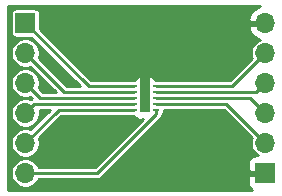
<source format=gbr>
G04 #@! TF.GenerationSoftware,KiCad,Pcbnew,(5.1.5-0-10_14)*
G04 #@! TF.CreationDate,2020-06-09T01:35:05-06:00*
G04 #@! TF.ProjectId,WSON-10,57534f4e-2d31-4302-9e6b-696361645f70,rev?*
G04 #@! TF.SameCoordinates,Original*
G04 #@! TF.FileFunction,Copper,L1,Top*
G04 #@! TF.FilePolarity,Positive*
%FSLAX46Y46*%
G04 Gerber Fmt 4.6, Leading zero omitted, Abs format (unit mm)*
G04 Created by KiCad (PCBNEW (5.1.5-0-10_14)) date 2020-06-09 01:35:05*
%MOMM*%
%LPD*%
G04 APERTURE LIST*
%ADD10R,0.840000X2.400000*%
%ADD11R,0.500000X0.250000*%
%ADD12C,0.500000*%
%ADD13O,1.700000X1.700000*%
%ADD14R,1.700000X1.700000*%
%ADD15C,0.840000*%
%ADD16C,0.250000*%
%ADD17C,0.254000*%
G04 APERTURE END LIST*
D10*
X67157600Y-58166000D03*
D11*
X68107600Y-57166000D03*
X68107600Y-57666000D03*
X68107600Y-58166000D03*
X68107600Y-58666000D03*
X68107600Y-59166000D03*
X66207600Y-59166000D03*
X66207600Y-58666000D03*
X66207600Y-58166000D03*
X66207600Y-57666000D03*
X66207600Y-57166000D03*
D12*
X67157600Y-58166000D03*
X67157600Y-57216000D03*
X67157600Y-59116000D03*
D13*
X77343000Y-51816000D03*
X77343000Y-54356000D03*
X77343000Y-56896000D03*
X77343000Y-59436000D03*
X77343000Y-61976000D03*
D14*
X77343000Y-64516000D03*
D13*
X57023000Y-64516000D03*
X57023000Y-61976000D03*
X57023000Y-59436000D03*
X57023000Y-56896000D03*
X57023000Y-54356000D03*
D14*
X57023000Y-51816000D03*
D15*
X67157600Y-57216000D02*
X67157600Y-52984400D01*
D16*
X74533000Y-57166000D02*
X77343000Y-54356000D01*
X68107600Y-57166000D02*
X74533000Y-57166000D01*
X76573000Y-57666000D02*
X77343000Y-56896000D01*
X68107600Y-57666000D02*
X76573000Y-57666000D01*
X76073000Y-58166000D02*
X77343000Y-59436000D01*
X68107600Y-58166000D02*
X76073000Y-58166000D01*
X74033000Y-58666000D02*
X77343000Y-61976000D01*
X68107600Y-58666000D02*
X74033000Y-58666000D01*
X68107600Y-59541000D02*
X68107600Y-59166000D01*
X63132600Y-64516000D02*
X68107600Y-59541000D01*
X57023000Y-64516000D02*
X63132600Y-64516000D01*
X59833000Y-59166000D02*
X57023000Y-61976000D01*
X66207600Y-59166000D02*
X59833000Y-59166000D01*
X58293000Y-58166000D02*
X57023000Y-56896000D01*
X66207600Y-58166000D02*
X58293000Y-58166000D01*
X60333000Y-57666000D02*
X57023000Y-54356000D01*
X66207600Y-57666000D02*
X60333000Y-57666000D01*
X62373000Y-57166000D02*
X57023000Y-51816000D01*
X66207600Y-57166000D02*
X62373000Y-57166000D01*
X57793000Y-58666000D02*
X57023000Y-59436000D01*
X66207600Y-58666000D02*
X57793000Y-58666000D01*
D17*
G36*
X76711748Y-50471843D02*
G01*
X76461645Y-50620822D01*
X76245412Y-50815731D01*
X76071359Y-51049080D01*
X75946175Y-51311901D01*
X75901524Y-51459110D01*
X76022845Y-51689000D01*
X77216000Y-51689000D01*
X77216000Y-51669000D01*
X77470000Y-51669000D01*
X77470000Y-51689000D01*
X77490000Y-51689000D01*
X77490000Y-51943000D01*
X77470000Y-51943000D01*
X77470000Y-51963000D01*
X77216000Y-51963000D01*
X77216000Y-51943000D01*
X76022845Y-51943000D01*
X75901524Y-52172890D01*
X75946175Y-52320099D01*
X76071359Y-52582920D01*
X76245412Y-52816269D01*
X76461645Y-53011178D01*
X76711748Y-53160157D01*
X76874168Y-53217772D01*
X76759903Y-53265102D01*
X76558283Y-53399820D01*
X76386820Y-53571283D01*
X76252102Y-53772903D01*
X76159307Y-53996931D01*
X76112000Y-54234757D01*
X76112000Y-54477243D01*
X76159307Y-54715069D01*
X76191242Y-54792167D01*
X74323409Y-56660000D01*
X68376313Y-56660000D01*
X68357600Y-56658157D01*
X68133073Y-56658157D01*
X68108137Y-56611506D01*
X68028785Y-56514815D01*
X67932094Y-56435463D01*
X67821780Y-56376498D01*
X67702082Y-56340188D01*
X67577600Y-56327928D01*
X67443350Y-56331000D01*
X67410494Y-56363856D01*
X67284602Y-56338986D01*
X67284602Y-56331000D01*
X67244174Y-56331000D01*
X67243602Y-56330887D01*
X67157579Y-56331000D01*
X67030598Y-56331000D01*
X67030598Y-56338862D01*
X66904889Y-56364039D01*
X66871850Y-56331000D01*
X66737600Y-56327928D01*
X66613118Y-56340188D01*
X66493420Y-56376498D01*
X66383106Y-56435463D01*
X66286415Y-56514815D01*
X66207063Y-56611506D01*
X66182127Y-56658157D01*
X65957600Y-56658157D01*
X65938887Y-56660000D01*
X62582592Y-56660000D01*
X58255843Y-52333252D01*
X58255843Y-50966000D01*
X58248487Y-50891311D01*
X58226701Y-50819492D01*
X58191322Y-50753304D01*
X58143711Y-50695289D01*
X58085696Y-50647678D01*
X58019508Y-50612299D01*
X57947689Y-50590513D01*
X57873000Y-50583157D01*
X56173000Y-50583157D01*
X56098311Y-50590513D01*
X56026492Y-50612299D01*
X55960304Y-50647678D01*
X55902289Y-50695289D01*
X55854678Y-50753304D01*
X55819299Y-50819492D01*
X55797513Y-50891311D01*
X55790157Y-50966000D01*
X55790157Y-52666000D01*
X55797513Y-52740689D01*
X55819299Y-52812508D01*
X55854678Y-52878696D01*
X55902289Y-52936711D01*
X55960304Y-52984322D01*
X56026492Y-53019701D01*
X56098311Y-53041487D01*
X56173000Y-53048843D01*
X57540252Y-53048843D01*
X61651408Y-57160000D01*
X60542592Y-57160000D01*
X58174758Y-54792167D01*
X58206693Y-54715069D01*
X58254000Y-54477243D01*
X58254000Y-54234757D01*
X58206693Y-53996931D01*
X58113898Y-53772903D01*
X57979180Y-53571283D01*
X57807717Y-53399820D01*
X57606097Y-53265102D01*
X57382069Y-53172307D01*
X57144243Y-53125000D01*
X56901757Y-53125000D01*
X56663931Y-53172307D01*
X56439903Y-53265102D01*
X56238283Y-53399820D01*
X56066820Y-53571283D01*
X55932102Y-53772903D01*
X55839307Y-53996931D01*
X55792000Y-54234757D01*
X55792000Y-54477243D01*
X55839307Y-54715069D01*
X55932102Y-54939097D01*
X56066820Y-55140717D01*
X56238283Y-55312180D01*
X56439903Y-55446898D01*
X56663931Y-55539693D01*
X56901757Y-55587000D01*
X57144243Y-55587000D01*
X57382069Y-55539693D01*
X57459167Y-55507758D01*
X59611408Y-57660000D01*
X58502592Y-57660000D01*
X58174758Y-57332167D01*
X58206693Y-57255069D01*
X58254000Y-57017243D01*
X58254000Y-56774757D01*
X58206693Y-56536931D01*
X58113898Y-56312903D01*
X57979180Y-56111283D01*
X57807717Y-55939820D01*
X57606097Y-55805102D01*
X57382069Y-55712307D01*
X57144243Y-55665000D01*
X56901757Y-55665000D01*
X56663931Y-55712307D01*
X56439903Y-55805102D01*
X56238283Y-55939820D01*
X56066820Y-56111283D01*
X55932102Y-56312903D01*
X55839307Y-56536931D01*
X55792000Y-56774757D01*
X55792000Y-57017243D01*
X55839307Y-57255069D01*
X55932102Y-57479097D01*
X56066820Y-57680717D01*
X56238283Y-57852180D01*
X56439903Y-57986898D01*
X56663931Y-58079693D01*
X56901757Y-58127000D01*
X57144243Y-58127000D01*
X57382069Y-58079693D01*
X57459167Y-58047758D01*
X57605513Y-58194105D01*
X57598425Y-58196255D01*
X57510521Y-58243241D01*
X57460094Y-58284626D01*
X57382069Y-58252307D01*
X57144243Y-58205000D01*
X56901757Y-58205000D01*
X56663931Y-58252307D01*
X56439903Y-58345102D01*
X56238283Y-58479820D01*
X56066820Y-58651283D01*
X55932102Y-58852903D01*
X55839307Y-59076931D01*
X55792000Y-59314757D01*
X55792000Y-59557243D01*
X55839307Y-59795069D01*
X55932102Y-60019097D01*
X56066820Y-60220717D01*
X56238283Y-60392180D01*
X56439903Y-60526898D01*
X56663931Y-60619693D01*
X56901757Y-60667000D01*
X57144243Y-60667000D01*
X57382069Y-60619693D01*
X57606097Y-60526898D01*
X57807717Y-60392180D01*
X57979180Y-60220717D01*
X58113898Y-60019097D01*
X58206693Y-59795069D01*
X58254000Y-59557243D01*
X58254000Y-59314757D01*
X58225604Y-59172000D01*
X59111408Y-59172000D01*
X57459167Y-60824242D01*
X57382069Y-60792307D01*
X57144243Y-60745000D01*
X56901757Y-60745000D01*
X56663931Y-60792307D01*
X56439903Y-60885102D01*
X56238283Y-61019820D01*
X56066820Y-61191283D01*
X55932102Y-61392903D01*
X55839307Y-61616931D01*
X55792000Y-61854757D01*
X55792000Y-62097243D01*
X55839307Y-62335069D01*
X55932102Y-62559097D01*
X56066820Y-62760717D01*
X56238283Y-62932180D01*
X56439903Y-63066898D01*
X56663931Y-63159693D01*
X56901757Y-63207000D01*
X57144243Y-63207000D01*
X57382069Y-63159693D01*
X57606097Y-63066898D01*
X57807717Y-62932180D01*
X57979180Y-62760717D01*
X58113898Y-62559097D01*
X58206693Y-62335069D01*
X58254000Y-62097243D01*
X58254000Y-61854757D01*
X58206693Y-61616931D01*
X58174758Y-61539833D01*
X60042592Y-59672000D01*
X65938887Y-59672000D01*
X65957600Y-59673843D01*
X66182127Y-59673843D01*
X66207063Y-59720494D01*
X66286415Y-59817185D01*
X66383106Y-59896537D01*
X66493420Y-59955502D01*
X66613118Y-59991812D01*
X66737600Y-60004072D01*
X66871850Y-60001000D01*
X66904706Y-59968144D01*
X66954940Y-59978068D01*
X62923009Y-64010000D01*
X58145832Y-64010000D01*
X58113898Y-63932903D01*
X57979180Y-63731283D01*
X57807717Y-63559820D01*
X57606097Y-63425102D01*
X57382069Y-63332307D01*
X57144243Y-63285000D01*
X56901757Y-63285000D01*
X56663931Y-63332307D01*
X56439903Y-63425102D01*
X56238283Y-63559820D01*
X56066820Y-63731283D01*
X55932102Y-63932903D01*
X55839307Y-64156931D01*
X55792000Y-64394757D01*
X55792000Y-64637243D01*
X55839307Y-64875069D01*
X55932102Y-65099097D01*
X56066820Y-65300717D01*
X56238283Y-65472180D01*
X56439903Y-65606898D01*
X56663931Y-65699693D01*
X56901757Y-65747000D01*
X57144243Y-65747000D01*
X57382069Y-65699693D01*
X57606097Y-65606898D01*
X57807717Y-65472180D01*
X57979180Y-65300717D01*
X58113898Y-65099097D01*
X58145832Y-65022000D01*
X63107754Y-65022000D01*
X63132600Y-65024447D01*
X63157446Y-65022000D01*
X63157454Y-65022000D01*
X63231793Y-65014678D01*
X63327175Y-64985745D01*
X63415079Y-64938759D01*
X63492127Y-64875527D01*
X63507976Y-64856215D01*
X68447820Y-59916372D01*
X68467127Y-59900527D01*
X68530359Y-59823479D01*
X68577345Y-59735575D01*
X68606278Y-59640193D01*
X68612750Y-59574481D01*
X68628311Y-59561711D01*
X68675922Y-59503696D01*
X68711301Y-59437508D01*
X68733087Y-59365689D01*
X68740443Y-59291000D01*
X68740443Y-59172000D01*
X73823409Y-59172000D01*
X76191242Y-61539833D01*
X76159307Y-61616931D01*
X76112000Y-61854757D01*
X76112000Y-62097243D01*
X76159307Y-62335069D01*
X76252102Y-62559097D01*
X76386820Y-62760717D01*
X76558283Y-62932180D01*
X76703294Y-63029073D01*
X76493000Y-63027928D01*
X76368518Y-63040188D01*
X76248820Y-63076498D01*
X76138506Y-63135463D01*
X76041815Y-63214815D01*
X75962463Y-63311506D01*
X75903498Y-63421820D01*
X75867188Y-63541518D01*
X75854928Y-63666000D01*
X75858000Y-64230250D01*
X76016750Y-64389000D01*
X77216000Y-64389000D01*
X77216000Y-64369000D01*
X77470000Y-64369000D01*
X77470000Y-64389000D01*
X77490000Y-64389000D01*
X77490000Y-64643000D01*
X77470000Y-64643000D01*
X77470000Y-64663000D01*
X77216000Y-64663000D01*
X77216000Y-64643000D01*
X76016750Y-64643000D01*
X75858000Y-64801750D01*
X75854928Y-65366000D01*
X75867188Y-65490482D01*
X75903498Y-65610180D01*
X75962463Y-65720494D01*
X76041815Y-65817185D01*
X76138506Y-65896537D01*
X76217573Y-65938800D01*
X55574800Y-65938800D01*
X55574800Y-50393200D01*
X76933446Y-50393200D01*
X76711748Y-50471843D01*
G37*
X76711748Y-50471843D02*
X76461645Y-50620822D01*
X76245412Y-50815731D01*
X76071359Y-51049080D01*
X75946175Y-51311901D01*
X75901524Y-51459110D01*
X76022845Y-51689000D01*
X77216000Y-51689000D01*
X77216000Y-51669000D01*
X77470000Y-51669000D01*
X77470000Y-51689000D01*
X77490000Y-51689000D01*
X77490000Y-51943000D01*
X77470000Y-51943000D01*
X77470000Y-51963000D01*
X77216000Y-51963000D01*
X77216000Y-51943000D01*
X76022845Y-51943000D01*
X75901524Y-52172890D01*
X75946175Y-52320099D01*
X76071359Y-52582920D01*
X76245412Y-52816269D01*
X76461645Y-53011178D01*
X76711748Y-53160157D01*
X76874168Y-53217772D01*
X76759903Y-53265102D01*
X76558283Y-53399820D01*
X76386820Y-53571283D01*
X76252102Y-53772903D01*
X76159307Y-53996931D01*
X76112000Y-54234757D01*
X76112000Y-54477243D01*
X76159307Y-54715069D01*
X76191242Y-54792167D01*
X74323409Y-56660000D01*
X68376313Y-56660000D01*
X68357600Y-56658157D01*
X68133073Y-56658157D01*
X68108137Y-56611506D01*
X68028785Y-56514815D01*
X67932094Y-56435463D01*
X67821780Y-56376498D01*
X67702082Y-56340188D01*
X67577600Y-56327928D01*
X67443350Y-56331000D01*
X67410494Y-56363856D01*
X67284602Y-56338986D01*
X67284602Y-56331000D01*
X67244174Y-56331000D01*
X67243602Y-56330887D01*
X67157579Y-56331000D01*
X67030598Y-56331000D01*
X67030598Y-56338862D01*
X66904889Y-56364039D01*
X66871850Y-56331000D01*
X66737600Y-56327928D01*
X66613118Y-56340188D01*
X66493420Y-56376498D01*
X66383106Y-56435463D01*
X66286415Y-56514815D01*
X66207063Y-56611506D01*
X66182127Y-56658157D01*
X65957600Y-56658157D01*
X65938887Y-56660000D01*
X62582592Y-56660000D01*
X58255843Y-52333252D01*
X58255843Y-50966000D01*
X58248487Y-50891311D01*
X58226701Y-50819492D01*
X58191322Y-50753304D01*
X58143711Y-50695289D01*
X58085696Y-50647678D01*
X58019508Y-50612299D01*
X57947689Y-50590513D01*
X57873000Y-50583157D01*
X56173000Y-50583157D01*
X56098311Y-50590513D01*
X56026492Y-50612299D01*
X55960304Y-50647678D01*
X55902289Y-50695289D01*
X55854678Y-50753304D01*
X55819299Y-50819492D01*
X55797513Y-50891311D01*
X55790157Y-50966000D01*
X55790157Y-52666000D01*
X55797513Y-52740689D01*
X55819299Y-52812508D01*
X55854678Y-52878696D01*
X55902289Y-52936711D01*
X55960304Y-52984322D01*
X56026492Y-53019701D01*
X56098311Y-53041487D01*
X56173000Y-53048843D01*
X57540252Y-53048843D01*
X61651408Y-57160000D01*
X60542592Y-57160000D01*
X58174758Y-54792167D01*
X58206693Y-54715069D01*
X58254000Y-54477243D01*
X58254000Y-54234757D01*
X58206693Y-53996931D01*
X58113898Y-53772903D01*
X57979180Y-53571283D01*
X57807717Y-53399820D01*
X57606097Y-53265102D01*
X57382069Y-53172307D01*
X57144243Y-53125000D01*
X56901757Y-53125000D01*
X56663931Y-53172307D01*
X56439903Y-53265102D01*
X56238283Y-53399820D01*
X56066820Y-53571283D01*
X55932102Y-53772903D01*
X55839307Y-53996931D01*
X55792000Y-54234757D01*
X55792000Y-54477243D01*
X55839307Y-54715069D01*
X55932102Y-54939097D01*
X56066820Y-55140717D01*
X56238283Y-55312180D01*
X56439903Y-55446898D01*
X56663931Y-55539693D01*
X56901757Y-55587000D01*
X57144243Y-55587000D01*
X57382069Y-55539693D01*
X57459167Y-55507758D01*
X59611408Y-57660000D01*
X58502592Y-57660000D01*
X58174758Y-57332167D01*
X58206693Y-57255069D01*
X58254000Y-57017243D01*
X58254000Y-56774757D01*
X58206693Y-56536931D01*
X58113898Y-56312903D01*
X57979180Y-56111283D01*
X57807717Y-55939820D01*
X57606097Y-55805102D01*
X57382069Y-55712307D01*
X57144243Y-55665000D01*
X56901757Y-55665000D01*
X56663931Y-55712307D01*
X56439903Y-55805102D01*
X56238283Y-55939820D01*
X56066820Y-56111283D01*
X55932102Y-56312903D01*
X55839307Y-56536931D01*
X55792000Y-56774757D01*
X55792000Y-57017243D01*
X55839307Y-57255069D01*
X55932102Y-57479097D01*
X56066820Y-57680717D01*
X56238283Y-57852180D01*
X56439903Y-57986898D01*
X56663931Y-58079693D01*
X56901757Y-58127000D01*
X57144243Y-58127000D01*
X57382069Y-58079693D01*
X57459167Y-58047758D01*
X57605513Y-58194105D01*
X57598425Y-58196255D01*
X57510521Y-58243241D01*
X57460094Y-58284626D01*
X57382069Y-58252307D01*
X57144243Y-58205000D01*
X56901757Y-58205000D01*
X56663931Y-58252307D01*
X56439903Y-58345102D01*
X56238283Y-58479820D01*
X56066820Y-58651283D01*
X55932102Y-58852903D01*
X55839307Y-59076931D01*
X55792000Y-59314757D01*
X55792000Y-59557243D01*
X55839307Y-59795069D01*
X55932102Y-60019097D01*
X56066820Y-60220717D01*
X56238283Y-60392180D01*
X56439903Y-60526898D01*
X56663931Y-60619693D01*
X56901757Y-60667000D01*
X57144243Y-60667000D01*
X57382069Y-60619693D01*
X57606097Y-60526898D01*
X57807717Y-60392180D01*
X57979180Y-60220717D01*
X58113898Y-60019097D01*
X58206693Y-59795069D01*
X58254000Y-59557243D01*
X58254000Y-59314757D01*
X58225604Y-59172000D01*
X59111408Y-59172000D01*
X57459167Y-60824242D01*
X57382069Y-60792307D01*
X57144243Y-60745000D01*
X56901757Y-60745000D01*
X56663931Y-60792307D01*
X56439903Y-60885102D01*
X56238283Y-61019820D01*
X56066820Y-61191283D01*
X55932102Y-61392903D01*
X55839307Y-61616931D01*
X55792000Y-61854757D01*
X55792000Y-62097243D01*
X55839307Y-62335069D01*
X55932102Y-62559097D01*
X56066820Y-62760717D01*
X56238283Y-62932180D01*
X56439903Y-63066898D01*
X56663931Y-63159693D01*
X56901757Y-63207000D01*
X57144243Y-63207000D01*
X57382069Y-63159693D01*
X57606097Y-63066898D01*
X57807717Y-62932180D01*
X57979180Y-62760717D01*
X58113898Y-62559097D01*
X58206693Y-62335069D01*
X58254000Y-62097243D01*
X58254000Y-61854757D01*
X58206693Y-61616931D01*
X58174758Y-61539833D01*
X60042592Y-59672000D01*
X65938887Y-59672000D01*
X65957600Y-59673843D01*
X66182127Y-59673843D01*
X66207063Y-59720494D01*
X66286415Y-59817185D01*
X66383106Y-59896537D01*
X66493420Y-59955502D01*
X66613118Y-59991812D01*
X66737600Y-60004072D01*
X66871850Y-60001000D01*
X66904706Y-59968144D01*
X66954940Y-59978068D01*
X62923009Y-64010000D01*
X58145832Y-64010000D01*
X58113898Y-63932903D01*
X57979180Y-63731283D01*
X57807717Y-63559820D01*
X57606097Y-63425102D01*
X57382069Y-63332307D01*
X57144243Y-63285000D01*
X56901757Y-63285000D01*
X56663931Y-63332307D01*
X56439903Y-63425102D01*
X56238283Y-63559820D01*
X56066820Y-63731283D01*
X55932102Y-63932903D01*
X55839307Y-64156931D01*
X55792000Y-64394757D01*
X55792000Y-64637243D01*
X55839307Y-64875069D01*
X55932102Y-65099097D01*
X56066820Y-65300717D01*
X56238283Y-65472180D01*
X56439903Y-65606898D01*
X56663931Y-65699693D01*
X56901757Y-65747000D01*
X57144243Y-65747000D01*
X57382069Y-65699693D01*
X57606097Y-65606898D01*
X57807717Y-65472180D01*
X57979180Y-65300717D01*
X58113898Y-65099097D01*
X58145832Y-65022000D01*
X63107754Y-65022000D01*
X63132600Y-65024447D01*
X63157446Y-65022000D01*
X63157454Y-65022000D01*
X63231793Y-65014678D01*
X63327175Y-64985745D01*
X63415079Y-64938759D01*
X63492127Y-64875527D01*
X63507976Y-64856215D01*
X68447820Y-59916372D01*
X68467127Y-59900527D01*
X68530359Y-59823479D01*
X68577345Y-59735575D01*
X68606278Y-59640193D01*
X68612750Y-59574481D01*
X68628311Y-59561711D01*
X68675922Y-59503696D01*
X68711301Y-59437508D01*
X68733087Y-59365689D01*
X68740443Y-59291000D01*
X68740443Y-59172000D01*
X73823409Y-59172000D01*
X76191242Y-61539833D01*
X76159307Y-61616931D01*
X76112000Y-61854757D01*
X76112000Y-62097243D01*
X76159307Y-62335069D01*
X76252102Y-62559097D01*
X76386820Y-62760717D01*
X76558283Y-62932180D01*
X76703294Y-63029073D01*
X76493000Y-63027928D01*
X76368518Y-63040188D01*
X76248820Y-63076498D01*
X76138506Y-63135463D01*
X76041815Y-63214815D01*
X75962463Y-63311506D01*
X75903498Y-63421820D01*
X75867188Y-63541518D01*
X75854928Y-63666000D01*
X75858000Y-64230250D01*
X76016750Y-64389000D01*
X77216000Y-64389000D01*
X77216000Y-64369000D01*
X77470000Y-64369000D01*
X77470000Y-64389000D01*
X77490000Y-64389000D01*
X77490000Y-64643000D01*
X77470000Y-64643000D01*
X77470000Y-64663000D01*
X77216000Y-64663000D01*
X77216000Y-64643000D01*
X76016750Y-64643000D01*
X75858000Y-64801750D01*
X75854928Y-65366000D01*
X75867188Y-65490482D01*
X75903498Y-65610180D01*
X75962463Y-65720494D01*
X76041815Y-65817185D01*
X76138506Y-65896537D01*
X76217573Y-65938800D01*
X55574800Y-65938800D01*
X55574800Y-50393200D01*
X76933446Y-50393200D01*
X76711748Y-50471843D01*
G36*
X67071598Y-58101113D02*
G01*
X67245928Y-58100884D01*
X67291289Y-58091799D01*
X67304600Y-58105110D01*
X67304600Y-58226890D01*
X67291200Y-58240290D01*
X67243602Y-58230887D01*
X67069272Y-58231116D01*
X67023911Y-58240201D01*
X67010600Y-58226890D01*
X67010600Y-58105110D01*
X67024000Y-58091710D01*
X67071598Y-58101113D01*
G37*
X67071598Y-58101113D02*
X67245928Y-58100884D01*
X67291289Y-58091799D01*
X67304600Y-58105110D01*
X67304600Y-58226890D01*
X67291200Y-58240290D01*
X67243602Y-58230887D01*
X67069272Y-58231116D01*
X67023911Y-58240201D01*
X67010600Y-58226890D01*
X67010600Y-58105110D01*
X67024000Y-58091710D01*
X67071598Y-58101113D01*
M02*

</source>
